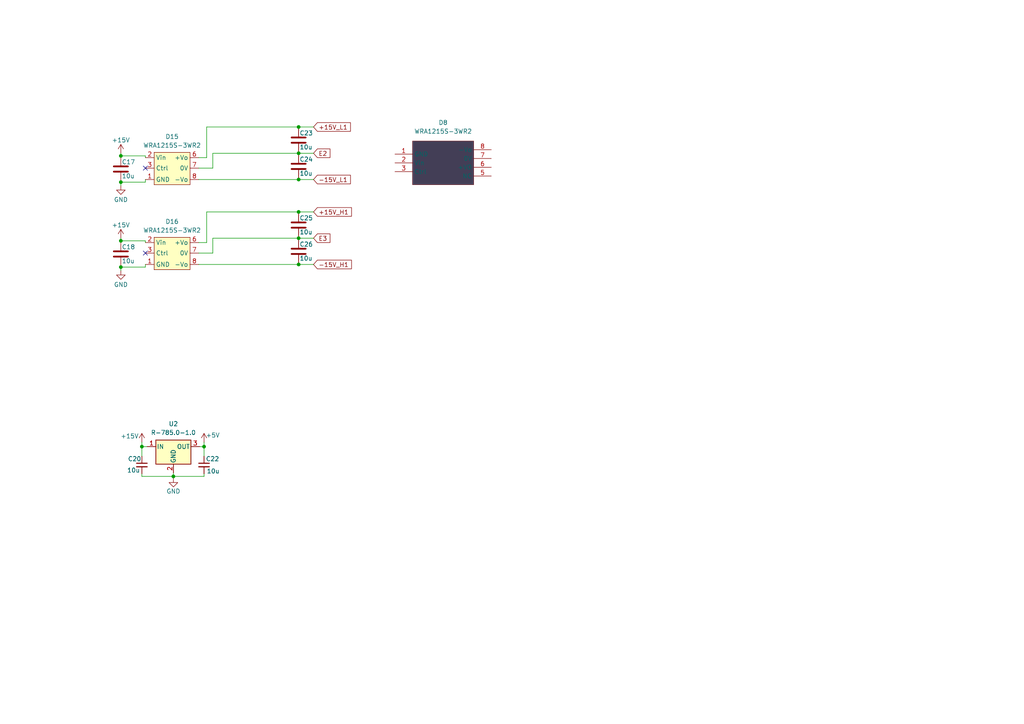
<source format=kicad_sch>
(kicad_sch (version 20231120) (generator "eeschema") (generator_version "8.0")
  (paper "A4")
  (lib_symbols
    (symbol "Device:C" (pin_numbers hide) (pin_names (offset 0.254))
      (property "Reference" "C" (at 0.635 2.54 0))
      (property "Value" "C" (at 0.635 -2.54 0))
      (symbol "C_0_1"
        (polyline (pts (xy -2.032 -0.762) (xy 2.032 -0.762)) (stroke (width 0.508)))
        (polyline (pts (xy -2.032 0.762) (xy 2.032 0.762)) (stroke (width 0.508)))
      )
      (symbol "C_1_1"
        (pin passive line (at 0 3.81 270) (length 2.794) (name "~") (number "1"))
        (pin passive line (at 0 -3.81 90) (length 2.794) (name "~") (number "2"))
      )
    )
    (symbol "Device:C_Small" (pin_numbers hide) (pin_names (offset 0.254) hide)
      (property "Reference" "C" (at 0.254 1.778 0))
      (property "Value" "C_Small" (at 0.254 -2.032 0))
      (symbol "C_Small_0_1"
        (polyline (pts (xy -1.524 -0.508) (xy 1.524 -0.508)) (stroke (width 0.3302)))
        (polyline (pts (xy -1.524 0.508) (xy 1.524 0.508)) (stroke (width 0.3048)))
      )
      (symbol "C_Small_1_1"
        (pin passive line (at 0 2.54 270) (length 2.032) (name "~") (number "1"))
        (pin passive line (at 0 -2.54 90) (length 2.032) (name "~") (number "2"))
      )
    )
    (symbol "Mornsun:WRA_S-3WR2"
      (property "Reference" "D" (at -0.254 10.16 0))
      (property "Value" "WRA1215S-3WR2" (at -8.128 6.858 0))
      (symbol "WRA_S-3WR2_1_0"
        (rectangle (start -8.89 6.35) (end 8.89 -6.35) (stroke (width 0.0254) (color 128 0 0 1)) (fill (type color) (color 67 62 86 1)))
        (pin passive line (at -13.97 2.54 0) (length 5.08) (name "GND") (number "1"))
        (pin passive line (at -13.97 0 0) (length 5.08) (name "Vin") (number "2"))
        (pin passive line (at -13.97 -2.54 0) (length 5.08) (name "Ctrl") (number "3"))
        (pin passive line (at 13.97 -3.81 180) (length 5.08) (name "NC") (number "5"))
        (pin passive line (at 13.97 -1.27 180) (length 5.08) (name "+VO") (number "6"))
        (pin passive line (at 13.97 1.27 180) (length 5.08) (name "0V") (number "7"))
        (pin passive line (at 13.97 3.81 180) (length 5.08) (name "-Vo") (number "8"))
      )
    )
    (symbol "Morsun:WRA1215S-3WR2"
      (property "Reference" "D" (at 0 0 0))
      (property "Value" "WRA1215S-3WR2" (at -0.254 1.778 0))
      (symbol "WRA1215S-3WR2_0_1"
        (rectangle (start -5.334 -1.27) (end 5.08 -10.668) (fill (type background)))
      )
      (symbol "WRA1215S-3WR2_1_1"
        (pin input line (at -7.874 -9.144 0) (length 2.54) (name "GND") (number "1"))
        (pin input line (at -7.874 -2.794 0) (length 2.54) (name "Vin") (number "2"))
        (pin input line (at -7.874 -5.842 0) (length 2.54) (name "Ctrl") (number "3"))
        (pin input line (at 7.62 -2.794 180) (length 2.54) (name "+Vo") (number "6"))
        (pin input line (at 7.62 -5.842 180) (length 2.54) (name "0V") (number "7"))
        (pin input line (at 7.62 -9.144 180) (length 2.54) (name "-Vo") (number "8"))
      )
    )
    (symbol "Regulator_Switching:R-783.3-1.0" (pin_names (offset 0.254))
      (property "Reference" "U" (at -3.81 3.175 0))
      (property "Value" "R-783.3-1.0" (at 0 3.175 0))
      (symbol "R-783.3-1.0_0_1"
        (rectangle (start -5.08 1.905) (end 5.08 -5.08) (stroke (width 0.254)) (fill (type background)))
      )
      (symbol "R-783.3-1.0_1_1"
        (pin power_in line (at -7.62 0 0) (length 2.54) (name "IN") (number "1"))
        (pin power_in line (at 0 -7.62 90) (length 2.54) (name "GND") (number "2"))
        (pin power_out line (at 7.62 0 180) (length 2.54) (name "OUT") (number "3"))
      )
    )
    (symbol "power:+15V" (power) (pin_names (offset 0))
      (property "Value" "+15V" (at 0 3.556 0))
      (symbol "+15V_0_1"
        (polyline (pts (xy -0.762 1.27) (xy 0 2.54)))
        (polyline (pts (xy 0 0) (xy 0 2.54)))
        (polyline (pts (xy 0 2.54) (xy 0.762 1.27)))
      )
      (symbol "+15V_1_1"
        (pin power_in line (at 0 0 90) (length 0) hide (name "+15V") (number "1"))
      )
    )
    (symbol "power:+5V" (power) (pin_names (offset 0))
      (property "Value" "+5V" (at 0 3.556 0))
      (symbol "+5V_0_1"
        (polyline (pts (xy -0.762 1.27) (xy 0 2.54)))
        (polyline (pts (xy 0 0) (xy 0 2.54)))
        (polyline (pts (xy 0 2.54) (xy 0.762 1.27)))
      )
      (symbol "+5V_1_1"
        (pin power_in line (at 0 0 90) (length 0) hide (name "+5V") (number "1"))
      )
    )
    (symbol "power:GND" (power) (pin_names (offset 0))
      (property "Value" "GND" (at 0 -3.81 0))
      (symbol "GND_0_1"
        (polyline (pts (xy 0 0) (xy 0 -1.27) (xy 1.27 -1.27) (xy 0 -2.54) (xy -1.27 -1.27) (xy 0 -1.27)))
      )
      (symbol "GND_1_1"
        (pin power_in line (at 0 0 270) (length 0) hide (name "GND") (number "1"))
      )
    )
  )
  (junction (at 35.052 52.832))
  (junction (at 41.148 129.54))
  (junction (at 35.052 45.212))
  (junction (at 59.182 129.54))
  (junction (at 86.614 52.07))
  (junction (at 50.292 138.176))
  (junction (at 86.614 61.468))
  (junction (at 86.614 44.45))
  (junction (at 35.052 69.85))
  (junction (at 86.614 36.83))
  (junction (at 35.052 77.47))
  (junction (at 86.614 69.088))
  (junction (at 86.614 76.708))
  (no_connect (at 42.164 48.768))
  (no_connect (at 42.164 73.406))
  (wire (pts (xy 61.722 44.45) (xy 86.614 44.45)))
  (wire (pts (xy 61.722 48.768) (xy 61.722 44.45)))
  (wire (pts (xy 59.182 138.176) (xy 50.292 138.176)))
  (wire (pts (xy 35.052 45.212) (xy 42.164 45.212)))
  (wire (pts (xy 50.292 138.176) (xy 50.292 138.684)))
  (wire (pts (xy 35.052 69.85) (xy 42.164 69.85)))
  (wire (pts (xy 35.052 69.088) (xy 35.052 69.85)))
  (wire (pts (xy 41.148 128.27) (xy 41.148 129.54)))
  (wire (pts (xy 41.148 137.414) (xy 41.148 138.176)))
  (wire (pts (xy 41.148 138.176) (xy 50.292 138.176)))
  (wire (pts (xy 86.614 69.088) (xy 90.932 69.088)))
  (wire (pts (xy 35.052 52.832) (xy 42.164 52.832)))
  (wire (pts (xy 57.658 73.406) (xy 61.722 73.406)))
  (wire (pts (xy 86.614 44.45) (xy 90.932 44.45)))
  (wire (pts (xy 59.182 129.54) (xy 57.912 129.54)))
  (wire (pts (xy 42.164 45.212) (xy 42.164 45.72)))
  (wire (pts (xy 42.164 52.832) (xy 42.164 52.07)))
  (wire (pts (xy 86.614 61.468) (xy 59.944 61.468)))
  (wire (pts (xy 86.614 36.83) (xy 90.932 36.83)))
  (wire (pts (xy 59.182 137.414) (xy 59.182 138.176)))
  (wire (pts (xy 35.052 77.47) (xy 35.052 78.486)))
  (wire (pts (xy 42.164 69.85) (xy 42.164 70.358)))
  (wire (pts (xy 50.292 137.16) (xy 50.292 138.176)))
  (wire (pts (xy 57.658 48.768) (xy 61.722 48.768)))
  (wire (pts (xy 59.944 45.72) (xy 57.658 45.72)))
  (wire (pts (xy 41.148 129.54) (xy 42.672 129.54)))
  (wire (pts (xy 42.164 77.47) (xy 42.164 76.708)))
  (wire (pts (xy 86.614 61.468) (xy 90.932 61.468)))
  (wire (pts (xy 35.052 44.45) (xy 35.052 45.212)))
  (wire (pts (xy 35.052 52.832) (xy 35.052 53.848)))
  (wire (pts (xy 59.944 36.83) (xy 59.944 45.72)))
  (wire (pts (xy 41.148 129.54) (xy 41.148 132.334)))
  (wire (pts (xy 59.182 129.54) (xy 59.182 132.334)))
  (wire (pts (xy 86.614 36.83) (xy 59.944 36.83)))
  (wire (pts (xy 86.614 76.708) (xy 90.932 76.708)))
  (wire (pts (xy 35.052 77.47) (xy 42.164 77.47)))
  (wire (pts (xy 57.658 76.708) (xy 86.614 76.708)))
  (wire (pts (xy 86.614 52.07) (xy 90.932 52.07)))
  (wire (pts (xy 59.944 61.468) (xy 59.944 70.358)))
  (wire (pts (xy 61.722 69.088) (xy 86.614 69.088)))
  (wire (pts (xy 61.722 73.406) (xy 61.722 69.088)))
  (wire (pts (xy 59.182 128.27) (xy 59.182 129.54)))
  (wire (pts (xy 59.944 70.358) (xy 57.658 70.358)))
  (wire (pts (xy 57.658 52.07) (xy 86.614 52.07)))
  (global_label "E3" (shape input) (at 90.932 69.088 0) (property "Intersheetrefs" "${INTERSHEET_REFS}" (effects (hide yes))))
  (global_label "+15V_L1" (shape input) (at 90.932 36.83 0) (property "Intersheetrefs" "${INTERSHEET_REFS}" (effects (hide yes))))
  (global_label "+15V_H1" (shape input) (at 90.932 61.468 0) (property "Intersheetrefs" "${INTERSHEET_REFS}" (effects (hide yes))))
  (global_label "E2" (shape input) (at 90.932 44.45 0) (property "Intersheetrefs" "${INTERSHEET_REFS}" (effects (hide yes))))
  (global_label "-15V_H1" (shape input) (at 90.932 76.708 0) (property "Intersheetrefs" "${INTERSHEET_REFS}" (effects (hide yes))))
  (global_label "-15V_L1" (shape input) (at 90.932 52.07 0) (property "Intersheetrefs" "${INTERSHEET_REFS}" (effects (hide yes))))
  (symbol (lib_id "Device:C_Small") (at 41.148 134.874 0) (unit 1)
    (property "Reference" "C20" (at 37.084 133.096 0) (effects (justify left)))
    (property "Value" "10u" (at 36.83 136.398 0) (effects (justify left)))
    (property "Footprint" "Capacitor_SMD:C_1210_3225Metric_Pad1.33x2.70mm_HandSolder" (effects (hide yes)))
  )
  (symbol (lib_id "Device:C") (at 86.614 40.64 0) (unit 1)
    (property "Reference" "C23" (at 86.868 38.608 0) (effects (justify left)))
    (property "Value" "10u" (at 86.868 42.672 0) (effects (justify left)))
    (property "Footprint" "Capacitor_SMD:C_1210_3225Metric_Pad1.33x2.70mm_HandSolder" (effects (hide yes)))
  )
  (symbol (lib_id "power:+5V") (at 59.182 128.27 0) (unit 1)
    (property "Reference" "#PWR049" (effects (hide yes)))
    (property "Value" "+5V" (at 61.722 126.238 0))
  )
  (symbol (lib_id "Regulator_Switching:R-783.3-1.0") (at 50.292 129.54 0) (unit 1)
    (property "Reference" "U2" (at 50.292 122.936 0))
    (property "Value" "R-785.0-1.0" (at 50.292 125.476 0))
    (property "Footprint" "Converter_DCDC:Converter_DCDC_RECOM_R-78E-0.5_THT" (effects (hide yes)))
    (property "Datasheet" "https://www.recom-power.com/pdf/Innoline/R-78xx-1.0.pdf" (effects (hide yes)))
  )
  (symbol (lib_id "Mornsun:WRA_S-3WR2") (at 128.524 47.244 0) (unit 1)
    (property "Reference" "D8" (at 128.524 35.56 0))
    (property "Value" "WRA1215S-3WR2" (at 128.524 38.1 0))
  )
  (symbol (lib_id "Device:C") (at 86.614 72.898 0) (unit 1)
    (property "Reference" "C26" (at 86.868 70.866 0) (effects (justify left)))
    (property "Value" "10u" (at 86.868 74.93 0) (effects (justify left)))
    (property "Footprint" "Capacitor_SMD:C_1210_3225Metric_Pad1.33x2.70mm_HandSolder" (effects (hide yes)))
  )
  (symbol (lib_id "power:GND") (at 35.052 78.486 0) (unit 1)
    (property "Reference" "#PWR043" (effects (hide yes)))
    (property "Value" "GND" (at 33.02 82.55 0) (effects (justify left)))
  )
  (symbol (lib_id "Morsun:WRA1215S-3WR2") (at 50.038 42.926 0) (unit 1)
    (property "Reference" "D15" (at 49.911 39.624 0))
    (property "Value" "WRA1215S-3WR2" (at 49.911 42.164 0))
    (property "Footprint" "Mornsun:WRA1215S-3WR2" (effects (hide yes)))
  )
  (symbol (lib_id "power:GND") (at 50.292 138.684 0) (unit 1)
    (property "Reference" "#PWR047" (effects (hide yes)))
    (property "Value" "GND" (at 50.292 142.494 0))
  )
  (symbol (lib_id "power:GND") (at 35.052 53.848 0) (unit 1)
    (property "Reference" "#PWR041" (effects (hide yes)))
    (property "Value" "GND" (at 33.02 57.912 0) (effects (justify left)))
  )
  (symbol (lib_id "Device:C") (at 86.614 65.278 0) (unit 1)
    (property "Reference" "C25" (at 86.868 63.246 0) (effects (justify left)))
    (property "Value" "10u" (at 86.868 67.31 0) (effects (justify left)))
    (property "Footprint" "Capacitor_SMD:C_1210_3225Metric_Pad1.33x2.70mm_HandSolder" (effects (hide yes)))
  )
  (symbol (lib_id "Device:C") (at 35.052 49.022 0) (unit 1)
    (property "Reference" "C17" (at 35.306 46.99 0) (effects (justify left)))
    (property "Value" "10u" (at 35.306 51.054 0) (effects (justify left)))
    (property "Footprint" "Capacitor_SMD:C_1210_3225Metric_Pad1.33x2.70mm_HandSolder" (effects (hide yes)))
  )
  (symbol (lib_id "Device:C_Small") (at 59.182 134.874 0) (unit 1)
    (property "Reference" "C22" (at 59.69 133.096 0) (effects (justify left)))
    (property "Value" "10u" (at 59.944 136.652 0) (effects (justify left)))
    (property "Footprint" "Capacitor_SMD:C_1210_3225Metric_Pad1.33x2.70mm_HandSolder" (effects (hide yes)))
  )
  (symbol (lib_id "power:+15V") (at 35.052 69.088 0) (unit 1)
    (property "Reference" "#PWR042" (effects (hide yes)))
    (property "Value" "+15V" (at 35.052 65.278 0))
  )
  (symbol (lib_id "power:+15V") (at 35.052 44.45 0) (unit 1)
    (property "Reference" "#PWR040" (effects (hide yes)))
    (property "Value" "+15V" (at 35.052 40.64 0))
  )
  (symbol (lib_id "Device:C") (at 86.614 48.26 0) (unit 1)
    (property "Reference" "C24" (at 86.868 46.228 0) (effects (justify left)))
    (property "Value" "10u" (at 86.868 50.292 0) (effects (justify left)))
    (property "Footprint" "Capacitor_SMD:C_1210_3225Metric_Pad1.33x2.70mm_HandSolder" (effects (hide yes)))
  )
  (symbol (lib_id "Device:C") (at 35.052 73.66 0) (unit 1)
    (property "Reference" "C18" (at 35.306 71.628 0) (effects (justify left)))
    (property "Value" "10u" (at 35.306 75.692 0) (effects (justify left)))
    (property "Footprint" "Capacitor_SMD:C_1210_3225Metric_Pad1.33x2.70mm_HandSolder" (effects (hide yes)))
  )
  (symbol (lib_id "power:+15V") (at 41.148 128.27 0) (unit 1)
    (property "Reference" "#PWR045" (effects (hide yes)))
    (property "Value" "+15V" (at 37.592 126.492 0))
  )
  (symbol (lib_id "Morsun:WRA1215S-3WR2") (at 50.038 67.564 0) (unit 1)
    (property "Reference" "D16" (at 49.911 64.262 0))
    (property "Value" "WRA1215S-3WR2" (at 49.911 66.802 0))
    (property "Footprint" "Mornsun:WRA1215S-3WR2" (effects (hide yes)))
  )
)
</source>
